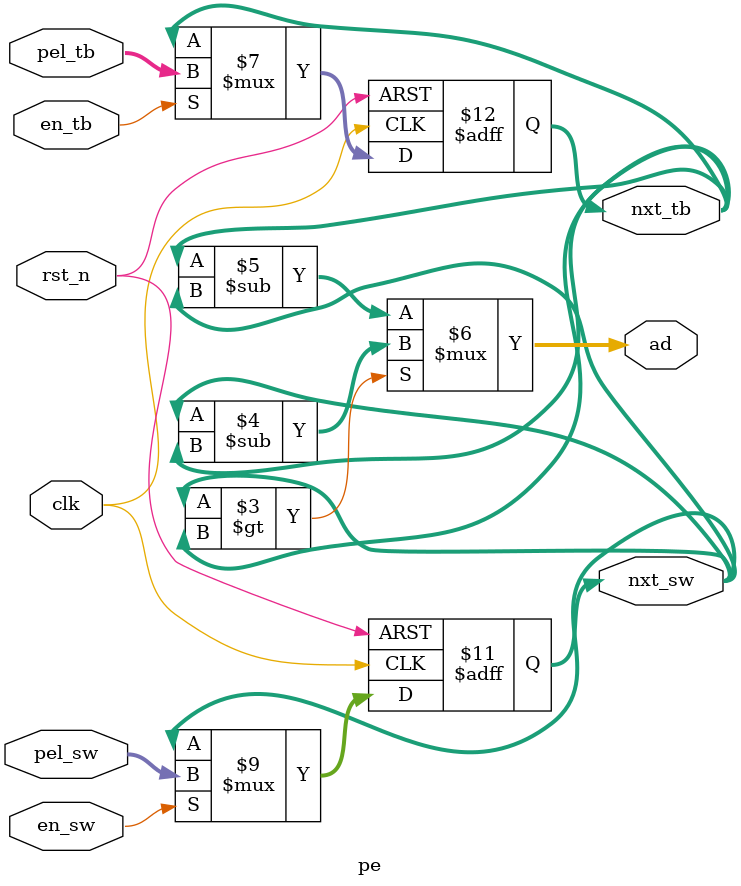
<source format=v>
`default_nettype none
module pe
(
  input  wire       rst_n,
  input  wire       clk,
  input  wire       en_sw,
  input  wire       en_tb,
  input  wire [7:0] pel_sw,
  input  wire [7:0] pel_tb,
  output reg  [7:0] nxt_sw,
  output reg  [7:0] nxt_tb,
  output wire [7:0] ad
);

always @(posedge clk or negedge rst_n) begin
  if(~rst_n) begin
    nxt_sw <= 0;
    nxt_tb <= 0;
  end else begin
    if(en_sw)
      nxt_sw <= #1 pel_sw;
    if(en_tb)
      nxt_tb <= #1 pel_tb;
  end
end

assign ad = (nxt_sw > nxt_tb) ? nxt_sw - nxt_tb
                              : nxt_tb - nxt_sw;

// proposed method

endmodule
`default_nettype wire

</source>
